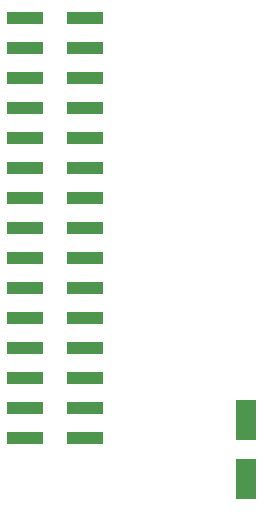
<source format=gbp>
G04 #@! TF.GenerationSoftware,KiCad,Pcbnew,(5.1.5)-3*
G04 #@! TF.CreationDate,2021-11-16T02:10:18+09:00*
G04 #@! TF.ProjectId,m5-pantilt,6d352d70-616e-4746-996c-742e6b696361,1*
G04 #@! TF.SameCoordinates,PX5f5e100PY5f5e100*
G04 #@! TF.FileFunction,Paste,Bot*
G04 #@! TF.FilePolarity,Positive*
%FSLAX46Y46*%
G04 Gerber Fmt 4.6, Leading zero omitted, Abs format (unit mm)*
G04 Created by KiCad (PCBNEW (5.1.5)-3) date 2021-11-16 02:10:18*
%MOMM*%
%LPD*%
G04 APERTURE LIST*
%ADD10R,3.150000X1.000000*%
%ADD11R,1.800000X3.500000*%
G04 APERTURE END LIST*
D10*
X3675000Y7220000D03*
X8725000Y7220000D03*
X3675000Y9760000D03*
X8725000Y9760000D03*
X3675000Y12300000D03*
X8725000Y12300000D03*
X3675000Y14840000D03*
X8725000Y14840000D03*
X3675000Y17380000D03*
X8725000Y17380000D03*
X3675000Y19920000D03*
X8725000Y19920000D03*
X3675000Y22460000D03*
X8725000Y22460000D03*
X3675000Y25000000D03*
X8725000Y25000000D03*
X3675000Y27540000D03*
X8725000Y27540000D03*
X3675000Y30080000D03*
X8725000Y30080000D03*
X3675000Y32620000D03*
X8725000Y32620000D03*
X3675000Y35160000D03*
X8725000Y35160000D03*
X3675000Y37700000D03*
X8725000Y37700000D03*
X3675000Y40240000D03*
X8725000Y40240000D03*
X3675000Y42780000D03*
X8725000Y42780000D03*
D11*
X22400000Y8700000D03*
X22400000Y3700000D03*
M02*

</source>
